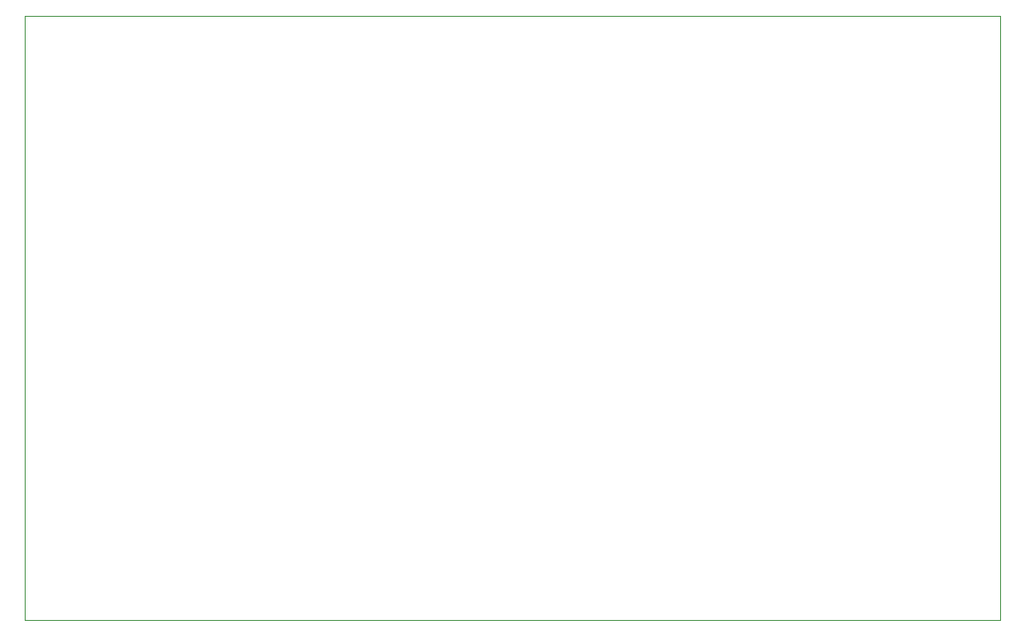
<source format=gbr>
%TF.GenerationSoftware,KiCad,Pcbnew,8.0.7*%
%TF.CreationDate,2025-06-01T16:35:16+09:00*%
%TF.ProjectId,ESP32 RST Monitoring,45535033-3220-4525-9354-204d6f6e6974,rev?*%
%TF.SameCoordinates,Original*%
%TF.FileFunction,Profile,NP*%
%FSLAX46Y46*%
G04 Gerber Fmt 4.6, Leading zero omitted, Abs format (unit mm)*
G04 Created by KiCad (PCBNEW 8.0.7) date 2025-06-01 16:35:16*
%MOMM*%
%LPD*%
G01*
G04 APERTURE LIST*
%TA.AperFunction,Profile*%
%ADD10C,0.050000*%
%TD*%
G04 APERTURE END LIST*
D10*
X107848400Y-60655200D02*
X201295000Y-60655200D01*
X201295000Y-118567200D01*
X107848400Y-118567200D01*
X107848400Y-60655200D01*
M02*

</source>
